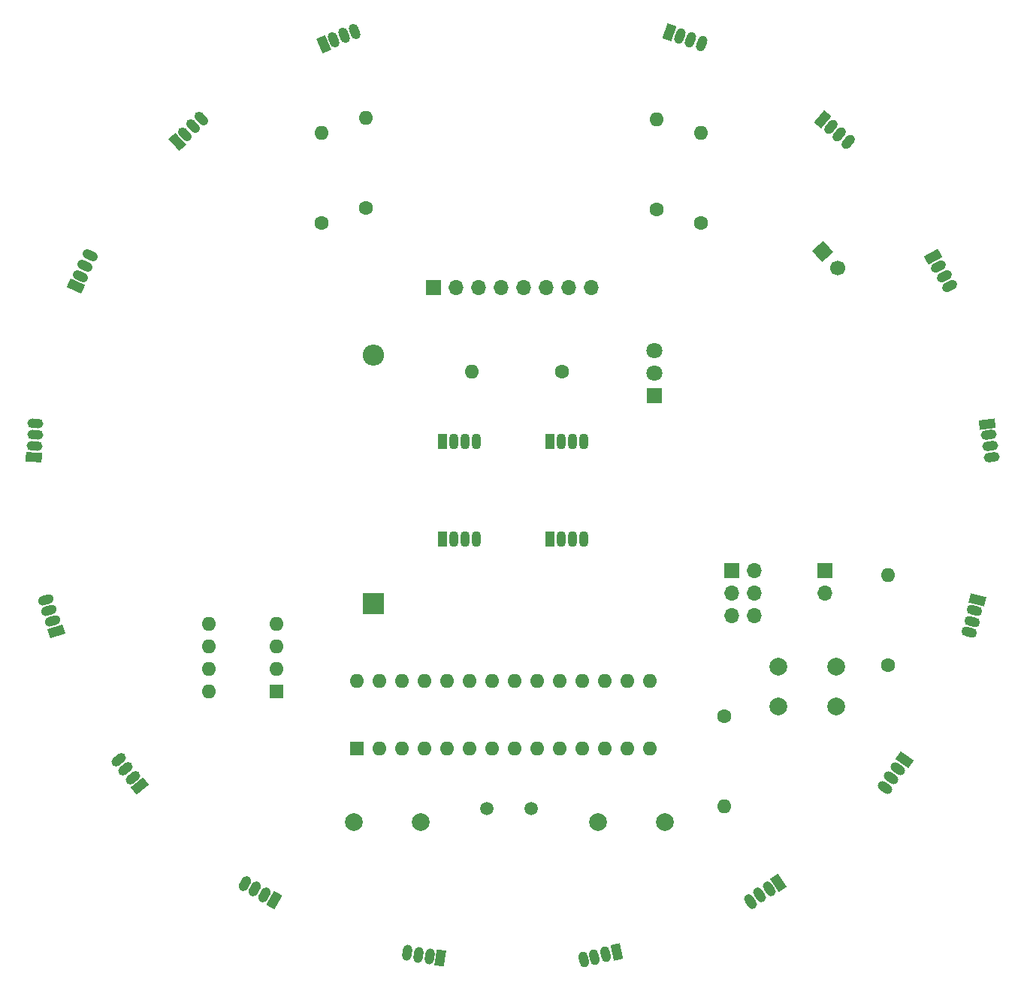
<source format=gbr>
%TF.GenerationSoftware,KiCad,Pcbnew,(6.0.9)*%
%TF.CreationDate,2022-12-09T09:09:42+01:00*%
%TF.ProjectId,afm_saucer,61666d5f-7361-4756-9365-722e6b696361,1.1*%
%TF.SameCoordinates,Original*%
%TF.FileFunction,Soldermask,Top*%
%TF.FilePolarity,Negative*%
%FSLAX46Y46*%
G04 Gerber Fmt 4.6, Leading zero omitted, Abs format (unit mm)*
G04 Created by KiCad (PCBNEW (6.0.9)) date 2022-12-09 09:09:42*
%MOMM*%
%LPD*%
G01*
G04 APERTURE LIST*
G04 Aperture macros list*
%AMHorizOval*
0 Thick line with rounded ends*
0 $1 width*
0 $2 $3 position (X,Y) of the first rounded end (center of the circle)*
0 $4 $5 position (X,Y) of the second rounded end (center of the circle)*
0 Add line between two ends*
20,1,$1,$2,$3,$4,$5,0*
0 Add two circle primitives to create the rounded ends*
1,1,$1,$2,$3*
1,1,$1,$4,$5*%
%AMRotRect*
0 Rectangle, with rotation*
0 The origin of the aperture is its center*
0 $1 length*
0 $2 width*
0 $3 Rotation angle, in degrees counterclockwise*
0 Add horizontal line*
21,1,$1,$2,0,0,$3*%
G04 Aperture macros list end*
%ADD10RotRect,1.070000X1.800000X213.800000*%
%ADD11HorizOval,1.070000X-0.203048X0.303309X0.203048X-0.303309X0*%
%ADD12C,1.600000*%
%ADD13O,1.600000X1.600000*%
%ADD14RotRect,1.070000X1.800000X129.100000*%
%ADD15HorizOval,1.070000X0.283257X0.230197X-0.283257X-0.230197X0*%
%ADD16R,1.070000X1.800000*%
%ADD17O,1.070000X1.800000*%
%ADD18RotRect,1.070000X1.800000X340.800000*%
%ADD19HorizOval,1.070000X-0.120036X-0.344697X0.120036X0.344697X0*%
%ADD20RotRect,1.070000X1.800000X107.900000*%
%ADD21HorizOval,1.070000X0.347332X0.112185X-0.347332X-0.112185X0*%
%ADD22C,2.000000*%
%ADD23R,1.700000X1.700000*%
%ADD24O,1.700000X1.700000*%
%ADD25RotRect,1.070000X1.800000X256.100000*%
%ADD26HorizOval,1.070000X-0.354312X0.087683X0.354312X-0.087683X0*%
%ADD27RotRect,1.070000X1.800000X23.200000*%
%ADD28HorizOval,1.070000X-0.143789X0.335484X0.143789X-0.335484X0*%
%ADD29RotRect,1.070000X1.800000X171.400000*%
%ADD30HorizOval,1.070000X0.054580X0.360896X-0.054580X-0.360896X0*%
%ADD31R,1.800000X1.800000*%
%ADD32C,1.800000*%
%ADD33RotRect,1.070000X1.800000X150.200000*%
%ADD34HorizOval,1.070000X0.181395X0.316734X-0.181395X-0.316734X0*%
%ADD35RotRect,1.700000X1.700000X42.000000*%
%ADD36HorizOval,1.700000X0.000000X0.000000X0.000000X0.000000X0*%
%ADD37RotRect,1.070000X1.800000X298.500000*%
%ADD38HorizOval,1.070000X-0.320768X-0.174163X0.320768X0.174163X0*%
%ADD39RotRect,1.070000X1.800000X44.400000*%
%ADD40HorizOval,1.070000X-0.255377X0.260783X0.255377X-0.260783X0*%
%ADD41R,1.600000X1.600000*%
%ADD42RotRect,1.070000X1.800000X277.300000*%
%ADD43HorizOval,1.070000X-0.362041X-0.046379X0.362041X0.046379X0*%
%ADD44R,2.400000X2.400000*%
%ADD45O,2.400000X2.400000*%
%ADD46RotRect,1.070000X1.800000X192.600000*%
%ADD47HorizOval,1.070000X-0.079622X0.356210X0.079622X-0.356210X0*%
%ADD48RotRect,1.070000X1.800000X319.600000*%
%ADD49HorizOval,1.070000X-0.236564X-0.277961X0.236564X0.277961X0*%
%ADD50RotRect,1.070000X1.800000X65.500000*%
%ADD51HorizOval,1.070000X-0.332136X0.151363X0.332136X-0.151363X0*%
%ADD52RotRect,1.070000X1.800000X86.700000*%
%ADD53HorizOval,1.070000X-0.364395X0.021011X0.364395X-0.021011X0*%
%ADD54RotRect,1.070000X1.800000X234.900000*%
%ADD55HorizOval,1.070000X-0.298625X0.209877X0.298625X-0.209877X0*%
%ADD56C,1.500000*%
G04 APERTURE END LIST*
D10*
%TO.C,D10*%
X129972258Y-144897496D03*
D11*
X128916908Y-145603991D03*
X127861557Y-146310487D03*
X126806207Y-147016982D03*
%TD*%
D12*
%TO.C,R4*%
X116250000Y-69000000D03*
D13*
X116250000Y-58840000D03*
%TD*%
D14*
%TO.C,D6*%
X58029219Y-134031652D03*
D15*
X57228261Y-133046073D03*
X56427302Y-132060494D03*
X55626344Y-131074915D03*
%TD*%
D16*
%TO.C,D19*%
X92100000Y-106100000D03*
D17*
X93370000Y-106100000D03*
X94640000Y-106100000D03*
X95910000Y-106100000D03*
%TD*%
D16*
%TO.C,D20*%
X104200000Y-106100000D03*
D17*
X105470000Y-106100000D03*
X106740000Y-106100000D03*
X108010000Y-106100000D03*
%TD*%
D12*
%TO.C,R5*%
X123900000Y-126100000D03*
D13*
X123900000Y-136260000D03*
%TD*%
D18*
%TO.C,D16*%
X117698266Y-49007438D03*
D19*
X118897624Y-49425099D03*
X120096982Y-49842759D03*
X121296340Y-50260420D03*
%TD*%
D16*
%TO.C,D17*%
X92100000Y-95100000D03*
D17*
X93370000Y-95100000D03*
X94640000Y-95100000D03*
X95910000Y-95100000D03*
%TD*%
D12*
%TO.C,R7*%
X83500000Y-68830000D03*
D13*
X83500000Y-58670000D03*
%TD*%
D16*
%TO.C,D18*%
X104200000Y-95100000D03*
D17*
X105470000Y-95100000D03*
X106740000Y-95100000D03*
X108010000Y-95100000D03*
%TD*%
D20*
%TO.C,D5*%
X48564795Y-116591332D03*
D21*
X48174452Y-115382807D03*
X47784109Y-114174282D03*
X47393766Y-112965757D03*
%TD*%
D22*
%TO.C,SW2*%
X130000000Y-120500000D03*
X136500000Y-120500000D03*
X130000000Y-125000000D03*
X136500000Y-125000000D03*
%TD*%
D23*
%TO.C,J3*%
X124725000Y-109725000D03*
D24*
X127265000Y-109725000D03*
X124725000Y-112265000D03*
X127265000Y-112265000D03*
X124725000Y-114805000D03*
X127265000Y-114805000D03*
%TD*%
D22*
%TO.C,C3*%
X117150000Y-138100000D03*
X109650000Y-138100000D03*
%TD*%
D25*
%TO.C,D12*%
X152381515Y-112965972D03*
D26*
X152076425Y-114198782D03*
X151771336Y-115431592D03*
X151466246Y-116664402D03*
%TD*%
D27*
%TO.C,D1*%
X78702036Y-50369216D03*
D28*
X79869338Y-49868910D03*
X81036640Y-49368604D03*
X82203942Y-48868297D03*
%TD*%
D13*
%TO.C,R2*%
X78500000Y-60340000D03*
D12*
X78500000Y-70500000D03*
%TD*%
D29*
%TO.C,D8*%
X91895849Y-153401524D03*
D30*
X90640128Y-153211614D03*
X89384408Y-153021704D03*
X88128687Y-152831794D03*
%TD*%
D12*
%TO.C,R3*%
X121250000Y-70500000D03*
D13*
X121250000Y-60340000D03*
%TD*%
D31*
%TO.C,U1*%
X116020000Y-90000000D03*
D32*
X116020000Y-87460000D03*
X116020000Y-84920000D03*
%TD*%
D23*
%TO.C,J1*%
X91125000Y-77775000D03*
D24*
X93665000Y-77775000D03*
X96205000Y-77775000D03*
X98745000Y-77775000D03*
X101285000Y-77775000D03*
X103825000Y-77775000D03*
X106365000Y-77775000D03*
X108905000Y-77775000D03*
%TD*%
D12*
%TO.C,R6*%
X105580000Y-87250000D03*
D13*
X95420000Y-87250000D03*
%TD*%
D33*
%TO.C,D7*%
X73146895Y-146881881D03*
D34*
X72044833Y-146250724D03*
X70942771Y-145619567D03*
X69840709Y-144988410D03*
%TD*%
D35*
%TO.C,SW1*%
X134995600Y-73679937D03*
D36*
X136695192Y-75567525D03*
%TD*%
D37*
%TO.C,D14*%
X147427862Y-74265277D03*
D38*
X148033854Y-75381375D03*
X148639845Y-76497472D03*
X149245837Y-77613570D03*
%TD*%
D39*
%TO.C,D2*%
X62206663Y-61391611D03*
D40*
X63114043Y-60503039D03*
X64021424Y-59614466D03*
X64928804Y-58725894D03*
%TD*%
D41*
%TO.C,SW3*%
X73400000Y-123300000D03*
D13*
X73400000Y-120760000D03*
X73400000Y-118220000D03*
X73400000Y-115680000D03*
X65780000Y-115680000D03*
X65780000Y-118220000D03*
X65780000Y-120760000D03*
X65780000Y-123300000D03*
%TD*%
D42*
%TO.C,D13*%
X153520786Y-93154143D03*
D43*
X153682158Y-94413849D03*
X153843530Y-95673555D03*
X154004902Y-96933261D03*
%TD*%
D44*
%TO.C,C1*%
X84300000Y-113400000D03*
D45*
X84300000Y-85400000D03*
%TD*%
D46*
%TO.C,D9*%
X111723763Y-152709117D03*
D47*
X110484349Y-152986159D03*
X109244934Y-153263201D03*
X108005520Y-153540243D03*
%TD*%
D12*
%TO.C,R1*%
X142300000Y-120400000D03*
D13*
X142300000Y-110240000D03*
%TD*%
D23*
%TO.C,J2*%
X135200000Y-109725000D03*
D24*
X135200000Y-112265000D03*
%TD*%
D22*
%TO.C,C2*%
X89650000Y-138100000D03*
X82150000Y-138100000D03*
%TD*%
D48*
%TO.C,D15*%
X134922340Y-58852324D03*
D49*
X135889494Y-59675436D03*
X136856647Y-60498549D03*
X137823801Y-61321661D03*
%TD*%
D50*
%TO.C,D3*%
X50806757Y-77639360D03*
D51*
X51333417Y-76483709D03*
X51860078Y-75328058D03*
X52386738Y-74172408D03*
%TD*%
D52*
%TO.C,D4*%
X46046296Y-96907235D03*
D53*
X46119402Y-95639341D03*
X46192509Y-94371447D03*
X46265615Y-93103553D03*
%TD*%
D54*
%TO.C,D11*%
X144156721Y-131024014D03*
D55*
X143426464Y-132063064D03*
X142696208Y-133102114D03*
X141965951Y-134141164D03*
%TD*%
D56*
%TO.C,Y1*%
X97100000Y-136500000D03*
X102100000Y-136500000D03*
%TD*%
D41*
%TO.C,U2*%
X82500000Y-129800000D03*
D13*
X85040000Y-129800000D03*
X87580000Y-129800000D03*
X90120000Y-129800000D03*
X92660000Y-129800000D03*
X95200000Y-129800000D03*
X97740000Y-129800000D03*
X100280000Y-129800000D03*
X102820000Y-129800000D03*
X105360000Y-129800000D03*
X107900000Y-129800000D03*
X110440000Y-129800000D03*
X112980000Y-129800000D03*
X115520000Y-129800000D03*
X115520000Y-122180000D03*
X112980000Y-122180000D03*
X110440000Y-122180000D03*
X107900000Y-122180000D03*
X105360000Y-122180000D03*
X102820000Y-122180000D03*
X100280000Y-122180000D03*
X97740000Y-122180000D03*
X95200000Y-122180000D03*
X92660000Y-122180000D03*
X90120000Y-122180000D03*
X87580000Y-122180000D03*
X85040000Y-122180000D03*
X82500000Y-122180000D03*
%TD*%
M02*

</source>
